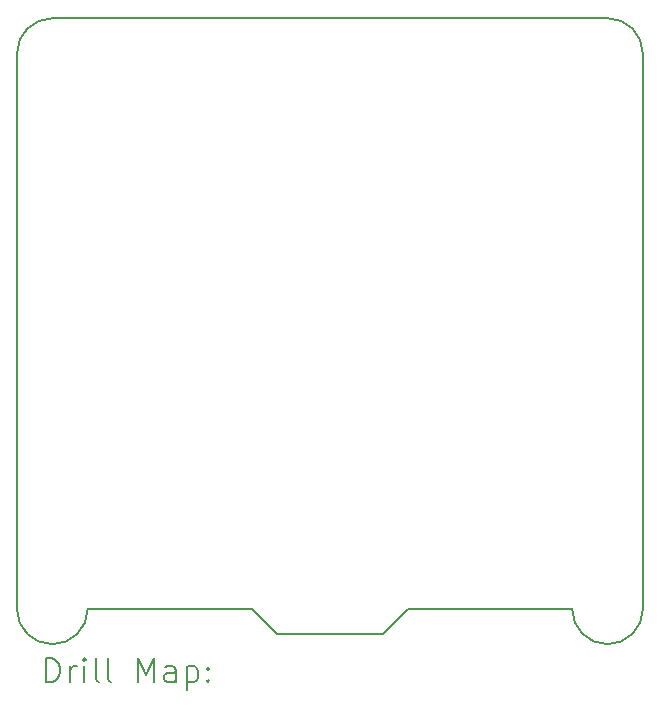
<source format=gbr>
%FSLAX45Y45*%
G04 Gerber Fmt 4.5, Leading zero omitted, Abs format (unit mm)*
G04 Created by KiCad (PCBNEW (6.0.0)) date 2022-04-01 15:35:26*
%MOMM*%
%LPD*%
G01*
G04 APERTURE LIST*
%TA.AperFunction,Profile*%
%ADD10C,0.200000*%
%TD*%
%ADD11C,0.200000*%
G04 APERTURE END LIST*
D10*
X15580000Y-11850000D02*
X14190000Y-11850000D01*
X11180000Y-6850000D02*
G75*
G03*
X10880000Y-7150000I0J-300000D01*
G01*
X13080000Y-12060000D02*
X13980000Y-12060000D01*
X16180000Y-11850000D02*
X16180000Y-7150000D01*
X10880000Y-7150000D02*
X10880000Y-11850000D01*
X15580000Y-11850000D02*
G75*
G03*
X15880000Y-12150000I300000J0D01*
G01*
X10880000Y-11850000D02*
G75*
G03*
X11180000Y-12150000I300000J0D01*
G01*
X12870000Y-11850000D02*
X13080000Y-12060000D01*
X11180000Y-6850000D02*
X15880000Y-6850000D01*
X11180000Y-12150000D02*
G75*
G03*
X11480000Y-11850000I0J300000D01*
G01*
X12870000Y-11850000D02*
X11480000Y-11850000D01*
X16180000Y-7150000D02*
G75*
G03*
X15880000Y-6850000I-300000J0D01*
G01*
X14190000Y-11850000D02*
X13980000Y-12060000D01*
X15880000Y-12150000D02*
G75*
G03*
X16180000Y-11850000I0J300000D01*
G01*
D11*
X11127619Y-12470476D02*
X11127619Y-12270476D01*
X11175238Y-12270476D01*
X11203809Y-12280000D01*
X11222857Y-12299048D01*
X11232381Y-12318095D01*
X11241904Y-12356190D01*
X11241904Y-12384762D01*
X11232381Y-12422857D01*
X11222857Y-12441905D01*
X11203809Y-12460952D01*
X11175238Y-12470476D01*
X11127619Y-12470476D01*
X11327619Y-12470476D02*
X11327619Y-12337143D01*
X11327619Y-12375238D02*
X11337143Y-12356190D01*
X11346666Y-12346667D01*
X11365714Y-12337143D01*
X11384762Y-12337143D01*
X11451428Y-12470476D02*
X11451428Y-12337143D01*
X11451428Y-12270476D02*
X11441904Y-12280000D01*
X11451428Y-12289524D01*
X11460952Y-12280000D01*
X11451428Y-12270476D01*
X11451428Y-12289524D01*
X11575238Y-12470476D02*
X11556190Y-12460952D01*
X11546666Y-12441905D01*
X11546666Y-12270476D01*
X11680000Y-12470476D02*
X11660952Y-12460952D01*
X11651428Y-12441905D01*
X11651428Y-12270476D01*
X11908571Y-12470476D02*
X11908571Y-12270476D01*
X11975238Y-12413333D01*
X12041904Y-12270476D01*
X12041904Y-12470476D01*
X12222857Y-12470476D02*
X12222857Y-12365714D01*
X12213333Y-12346667D01*
X12194285Y-12337143D01*
X12156190Y-12337143D01*
X12137143Y-12346667D01*
X12222857Y-12460952D02*
X12203809Y-12470476D01*
X12156190Y-12470476D01*
X12137143Y-12460952D01*
X12127619Y-12441905D01*
X12127619Y-12422857D01*
X12137143Y-12403809D01*
X12156190Y-12394286D01*
X12203809Y-12394286D01*
X12222857Y-12384762D01*
X12318095Y-12337143D02*
X12318095Y-12537143D01*
X12318095Y-12346667D02*
X12337143Y-12337143D01*
X12375238Y-12337143D01*
X12394285Y-12346667D01*
X12403809Y-12356190D01*
X12413333Y-12375238D01*
X12413333Y-12432381D01*
X12403809Y-12451428D01*
X12394285Y-12460952D01*
X12375238Y-12470476D01*
X12337143Y-12470476D01*
X12318095Y-12460952D01*
X12499047Y-12451428D02*
X12508571Y-12460952D01*
X12499047Y-12470476D01*
X12489524Y-12460952D01*
X12499047Y-12451428D01*
X12499047Y-12470476D01*
X12499047Y-12346667D02*
X12508571Y-12356190D01*
X12499047Y-12365714D01*
X12489524Y-12356190D01*
X12499047Y-12346667D01*
X12499047Y-12365714D01*
M02*

</source>
